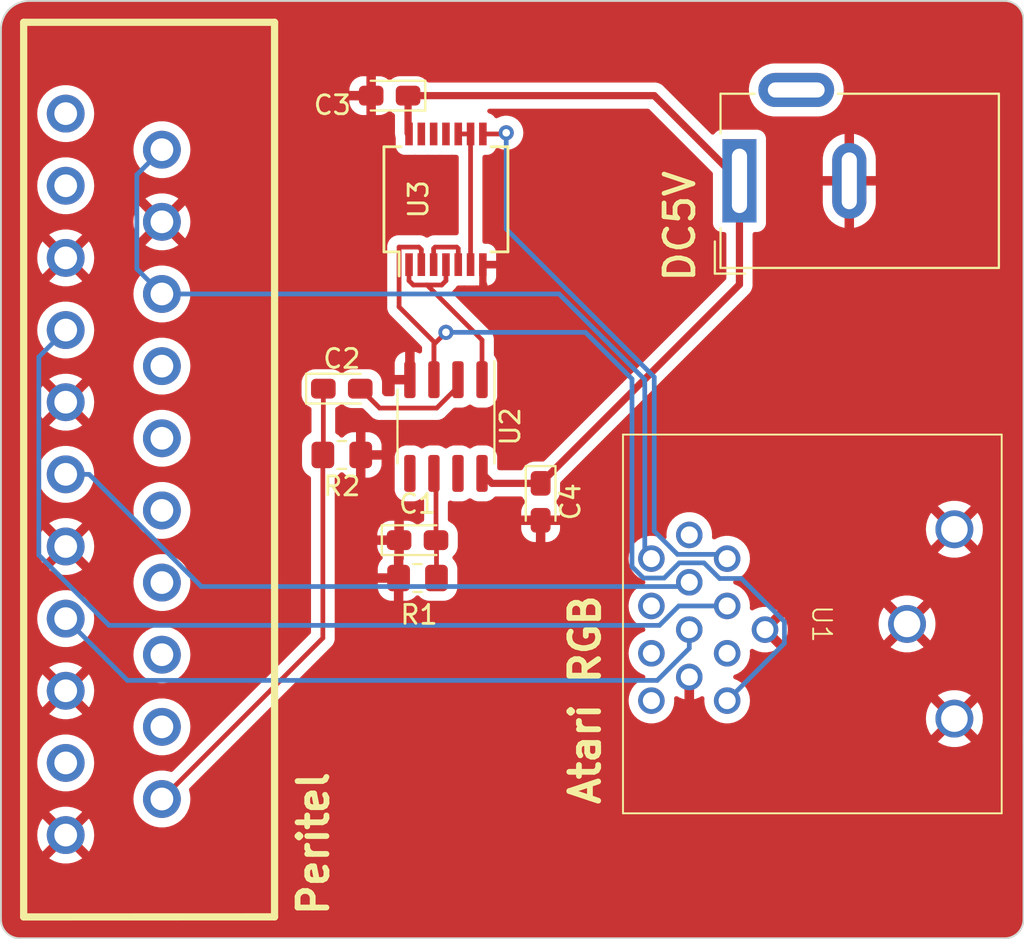
<source format=kicad_pcb>
(kicad_pcb (version 20221018) (generator pcbnew)
  (layers (0 "F.Cu" signal) (31 "B.Cu" signal) (34 "B.Paste" user) (35 "F.Paste" user) (36 "B.SilkS" user "B.Silkscreen") (37 "F.SilkS" user "F.Silkscreen") (38 "B.Mask" user) (39 "F.Mask" user) (44 "Edge.Cuts" user))
  (net 0 "")
  (net 1 "GND")
  (net 2 "Net-(U2-INT)")
  (net 3 "CVBS")
  (net 4 "Net-(U2-VIDEO)")
  (net 6 "AUDIO_L")
  (net 9 "VIDEO_B")
  (net 12 "VIDEO_G")
  (net 15 "VIDEO_R")
  (net 22 "HSYNC")
  (net 24 "VSYNC")
  (net 25 "Net-(U2-CSYNC)")
  (net 27 "+5V")
  (net 28 "Net-(U3-Pad3)")
  (net 29 "Net-(U3-Pad10)")
  (footprint "Package_SO:SSOP-14_5.3x6.2mm_P0.65mm" (layer "F.Cu") (at 141 71.475 90)
    (fp_text reference "U3" (at 0 -1.45 90) (layer "F.SilkS"))
    (fp_text value "74LS00")
    (fp_line (start -2.775 -3.275) (end -2.775 -2.475) (stroke (width 0.15)) (layer "F.SilkS"))
    (fp_line (start -2.775 -3.275) (end 2.775 -3.275) (stroke (width 0.15)) (layer "F.SilkS"))
    (fp_line (start -2.775 -2.475) (end -4.05 -2.475) (stroke (width 0.15)) (layer "F.SilkS"))
    (fp_line (start -2.775 3.275) (end -2.775 2.375) (stroke (width 0.15)) (layer "F.SilkS"))
    (fp_line (start -2.775 3.275) (end 2.775 3.275) (stroke (width 0.15)) (layer "F.SilkS"))
    (fp_line (start 2.775 -3.275) (end 2.775 -2.375) (stroke (width 0.15)) (layer "F.SilkS"))
    (fp_line (start 2.775 3.275) (end 2.775 2.375) (stroke (width 0.15)) (layer "F.SilkS"))
    (pad "1" smd rect (at -3.45 -1.95 90) (size 1.2 0.4) (layers "F.Cu" "F.Paste" "F.Mask") (net 25 "Net-(U2-CSYNC)"))
    (pad "2" smd rect (at -3.45 -1.3 90) (size 1.2 0.4) (layers "F.Cu" "F.Paste" "F.Mask") (net 24 "VSYNC"))
    (pad "3" smd rect (at -3.45 -0.65 90) (size 1.2 0.4) (layers "F.Cu" "F.Paste" "F.Mask") (net 28 "Net-(U3-Pad3)"))
    (pad "4" smd rect (at -3.45 0 90) (size 1.2 0.4) (layers "F.Cu" "F.Paste" "F.Mask") (net 25 "Net-(U2-CSYNC)"))
    (pad "5" smd rect (at -3.45 0.65 90) (size 1.2 0.4) (layers "F.Cu" "F.Paste" "F.Mask") (net 28 "Net-(U3-Pad3)"))
    (pad "6" smd rect (at -3.45 1.3 90) (size 1.2 0.4) (layers "F.Cu" "F.Paste" "F.Mask") (net 29 "Net-(U3-Pad10)"))
    (pad "7" smd rect (at -3.45 1.95 90) (size 1.2 0.4) (layers "F.Cu" "F.Paste" "F.Mask") (net 1 "GND"))
    (pad "8" smd rect (at 3.45 1.95 90) (size 1.2 0.4) (layers "F.Cu" "F.Paste" "F.Mask") (net 22 "HSYNC"))
    (pad "9" smd rect (at 3.45 1.3 90) (size 1.2 0.4) (layers "F.Cu" "F.Paste" "F.Mask") (net 29 "Net-(U3-Pad10)"))
    (pad "10" smd rect (at 3.45 0.65 90) (size 1.2 0.4) (layers "F.Cu" "F.Paste" "F.Mask") (net 29 "Net-(U3-Pad10)"))
    (pad "11" smd rect (at 3.45 0 90) (size 1.2 0.4) (layers "F.Cu" "F.Paste" "F.Mask"))
    (pad "12" smd rect (at 3.45 -0.65 90) (size 1.2 0.4) (layers "F.Cu" "F.Paste" "F.Mask"))
    (pad "13" smd rect (at 3.45 -1.3 90) (size 1.2 0.4) (layers "F.Cu" "F.Paste" "F.Mask"))
    (pad "14" smd rect (at 3.45 -1.95 90) (size 1.2 0.4) (layers "F.Cu" "F.Paste" "F.Mask") (net 27 "+5V"))
  )
  (footprint "Capacitor_Tantalum_SMD:CP_EIA-2012-15_AVX-P_Pad1.30x1.05mm_HandSolder" (layer "F.Cu") (at 138.025 66 180)
    (fp_text reference "C3" (at 3.025 -0.5) (layer "F.SilkS"))
    (fp_text value "0.1µF")
    (fp_line (start -1.885 -0.785) (end -1.885 0.785) (stroke (width 0.12)) (layer "F.SilkS"))
    (fp_line (start -1.885 0.785) (end 1 0.785) (stroke (width 0.12)) (layer "F.SilkS"))
    (fp_line (start 1 -0.785) (end -1.885 -0.785) (stroke (width 0.12)) (layer "F.SilkS"))
    (pad "1" smd roundrect (at -0.975 0 180) (size 1.3 1.05) (layers "F.Cu" "F.Paste" "F.Mask") (roundrect_rratio 0.238095) (net 27 "+5V"))
    (pad "2" smd roundrect (at 0.975 0 180) (size 1.3 1.05) (layers "F.Cu" "F.Paste" "F.Mask") (roundrect_rratio 0.238095) (net 1 "GND"))
  )
  (footprint "Capacitor_Tantalum_SMD:CP_EIA-2012-15_AVX-P_Pad1.30x1.05mm_HandSolder" (layer "F.Cu") (at 135.5 81.475)
    (fp_text reference "C2" (at 0 -1.58) (layer "F.SilkS"))
    (fp_text value "0.1µ")
    (fp_line (start -1.885 -0.785) (end -1.885 0.785) (stroke (width 0.12)) (layer "F.SilkS"))
    (fp_line (start -1.885 0.785) (end 1 0.785) (stroke (width 0.12)) (layer "F.SilkS"))
    (fp_line (start 1 -0.785) (end -1.885 -0.785) (stroke (width 0.12)) (layer "F.SilkS"))
    (pad "1" smd roundrect (at -0.975 0) (size 1.3 1.05) (layers "F.Cu" "F.Paste" "F.Mask") (roundrect_rratio 0.238095) (net 3 "CVBS"))
    (pad "2" smd roundrect (at 0.975 0) (size 1.3 1.05) (layers "F.Cu" "F.Paste" "F.Mask") (roundrect_rratio 0.238095) (net 4 "Net-(U2-VIDEO)"))
  )
  (footprint "Connector_BarrelJack:BarrelJack_Wuerth_6941xx301002" (layer "F.Cu") (at 156.5 70.5 90)
    (fp_text reference "J2" hide)
    (fp_text value "DC5V" (at -2.4 -3.15 270) (layer "F.SilkS") (effects (font (size 1.524 1.524) (thickness 0.25) bold)))
    (fp_line (start -4.9 -1.3) (end -4.9 0.3) (stroke (width 0.12)) (layer "F.SilkS"))
    (fp_line (start -4.6 -1) (end -2.5 -1) (stroke (width 0.12)) (layer "F.SilkS"))
    (fp_line (start -4.6 13.7) (end -4.6 -1) (stroke (width 0.12)) (layer "F.SilkS"))
    (fp_line (start -3.2 -1.3) (end -4.9 -1.3) (stroke (width 0.12)) (layer "F.SilkS"))
    (fp_line (start 2.5 -1) (end 4.6 -1) (stroke (width 0.12)) (layer "F.SilkS"))
    (fp_line (start 4.6 -1) (end 4.6 0.8) (stroke (width 0.12)) (layer "F.SilkS"))
    (fp_line (start 4.6 5.2) (end 4.6 13.7) (stroke (width 0.12)) (layer "F.SilkS"))
    (fp_line (start 4.6 13.7) (end -4.6 13.7) (stroke (width 0.12)) (layer "F.SilkS"))
    (pad "1" thru_hole rect (at 0 0 90) (size 4.4 1.8) (drill oval 3.4 0.8) (layers "*.Cu" "*.Mask") (net 27 "+5V"))
    (pad "2" thru_hole oval (at 0 5.8 90) (size 4 1.8) (drill oval 3 0.8) (layers "*.Cu" "*.Mask") (net 1 "GND"))
    (pad "3" thru_hole oval (at 4.8 3 180) (size 4 1.8) (drill oval 3 0.8) (layers "*.Cu" "*.Mask"))
  )
  (footprint "Capacitor_Tantalum_SMD:CP_EIA-2012-15_AVX-P_Pad1.30x1.05mm_HandSolder" (layer "F.Cu") (at 146 87.45 -90)
    (fp_text reference "C4" (at 0 -1.58 90) (layer "F.SilkS"))
    (fp_text value "0.1µF")
    (fp_line (start -1.885 -0.785) (end -1.885 0.785) (stroke (width 0.12)) (layer "F.SilkS"))
    (fp_line (start -1.885 0.785) (end 1 0.785) (stroke (width 0.12)) (layer "F.SilkS"))
    (fp_line (start 1 -0.785) (end -1.885 -0.785) (stroke (width 0.12)) (layer "F.SilkS"))
    (pad "1" smd roundrect (at -0.975 0 270) (size 1.3 1.05) (layers "F.Cu" "F.Paste" "F.Mask") (roundrect_rratio 0.238095) (net 27 "+5V"))
    (pad "2" smd roundrect (at 0.975 0 270) (size 1.3 1.05) (layers "F.Cu" "F.Paste" "F.Mask") (roundrect_rratio 0.238095) (net 1 "GND"))
  )
  (footprint "Capacitor_Tantalum_SMD:CP_EIA-2012-15_AVX-P_Pad1.30x1.05mm_HandSolder" (layer "F.Cu") (at 139.5 89.475)
    (fp_text reference "C1" (at 0 -1.918095) (layer "F.SilkS"))
    (fp_text value "0.1µ")
    (fp_line (start -1.885 -0.785) (end -1.885 0.785) (stroke (width 0.12)) (layer "F.SilkS"))
    (fp_line (start -1.885 0.785) (end 1 0.785) (stroke (width 0.12)) (layer "F.SilkS"))
    (fp_line (start 1 -0.785) (end -1.885 -0.785) (stroke (width 0.12)) (layer "F.SilkS"))
    (pad "1" smd roundrect (at -0.975 0) (size 1.3 1.05) (layers "F.Cu" "F.Paste" "F.Mask") (roundrect_rratio 0.238095) (net 1 "GND"))
    (pad "2" smd roundrect (at 0.975 0) (size 1.3 1.05) (layers "F.Cu" "F.Paste" "F.Mask") (roundrect_rratio 0.238095) (net 2 "Net-(U2-INT)"))
  )
  (footprint "Resistor_SMD:R_0805_2012Metric_Pad1.20x1.40mm_HandSolder" (layer "F.Cu") (at 135.5 84.975 180)
    (fp_text reference "R2" (at 0 -1.65) (layer "F.SilkS"))
    (fp_text value "75Ω")
    (fp_line (start -0.227064 -0.735) (end 0.227064 -0.735) (stroke (width 0.12)) (layer "F.SilkS"))
    (fp_line (start -0.227064 0.735) (end 0.227064 0.735) (stroke (width 0.12)) (layer "F.SilkS"))
    (pad "1" smd roundrect (at -1 0 180) (size 1.2 1.4) (layers "F.Cu" "F.Paste" "F.Mask") (roundrect_rratio 0.208333) (net 1 "GND"))
    (pad "2" smd roundrect (at 1 0 180) (size 1.2 1.4) (layers "F.Cu" "F.Paste" "F.Mask") (roundrect_rratio 0.208333) (net 3 "CVBS"))
  )
  (footprint "Resistor_SMD:R_0805_2012Metric_Pad1.20x1.40mm_HandSolder" (layer "F.Cu") (at 139.5 91.475)
    (fp_text reference "R1" (at 0.076589 1.938278) (layer "F.SilkS"))
    (fp_text value "680kΩ")
    (fp_line (start -0.227064 -0.735) (end 0.227064 -0.735) (stroke (width 0.12)) (layer "F.SilkS"))
    (fp_line (start -0.227064 0.735) (end 0.227064 0.735) (stroke (width 0.12)) (layer "F.SilkS"))
    (pad "1" smd roundrect (at -1 0) (size 1.2 1.4) (layers "F.Cu" "F.Paste" "F.Mask") (roundrect_rratio 0.208333) (net 1 "GND"))
    (pad "2" smd roundrect (at 1 0) (size 1.2 1.4) (layers "F.Cu" "F.Paste" "F.Mask") (roundrect_rratio 0.208333) (net 2 "Net-(U2-INT)"))
  )
  (footprint "sc1224-scart:SCART" (layer "F.Cu") (at 128.19964 86 90)
    (fp_text reference "J1")
    (fp_text value "Peritel" (at -19.5 5.80036 270) (layer "F.SilkS") (effects (font (size 1.524 1.524) (thickness 0.3048))))
    (fp_line (start -23.372 -9.5) (end 23.872 -9.5) (stroke (width 0.381)) (layer "F.SilkS"))
    (fp_line (start -23.372 3.75) (end 23.872 3.75) (stroke (width 0.381)) (layer "F.SilkS"))
    (fp_line (start -23.368 3.75) (end -23.372 -9.5) (stroke (width 0.381)) (layer "F.SilkS"))
    (fp_line (start 23.872 -9.5) (end 23.872 3.75) (stroke (width 0.381)) (layer "F.SilkS"))
    (pad "1" thru_hole circle (at 19.05 -7.27964 90) (size 1.99898 1.99898) (drill 1.19888) (layers "*.Cu" "*.Mask"))
    (pad "2" thru_hole circle (at 17.145 -2.19964 90) (size 1.99898 1.99898) (drill 1.19888) (layers "*.Cu" "*.Mask") (net 6 "AUDIO_L"))
    (pad "3" thru_hole circle (at 15.24 -7.27964 90) (size 1.99898 1.99898) (drill 1.19888) (layers "*.Cu" "*.Mask"))
    (pad "4" thru_hole circle (at 13.335 -2.19964 90) (size 1.99898 1.99898) (drill 1.19888) (layers "*.Cu" "*.Mask") (net 1 "GND"))
    (pad "5" thru_hole circle (at 11.43 -7.27964 90) (size 1.99898 1.99898) (drill 1.19888) (layers "*.Cu" "*.Mask") (net 1 "GND"))
    (pad "6" thru_hole circle (at 9.525 -2.19964 90) (size 1.99898 1.99898) (drill 1.19888) (layers "*.Cu" "*.Mask") (net 6 "AUDIO_L"))
    (pad "7" thru_hole circle (at 7.62 -7.27964 90) (size 1.99898 1.99898) (drill 1.19888) (layers "*.Cu" "*.Mask") (net 9 "VIDEO_B"))
    (pad "8" thru_hole circle (at 5.715 -2.19964 90) (size 1.99898 1.99898) (drill 1.19888) (layers "*.Cu" "*.Mask"))
    (pad "9" thru_hole circle (at 3.81 -7.27964 90) (size 1.99898 1.99898) (drill 1.19888) (layers "*.Cu" "*.Mask") (net 1 "GND"))
    (pad "10" thru_hole circle (at 1.905 -2.19964 90) (size 1.99898 1.99898) (drill 1.19888) (layers "*.Cu" "*.Mask"))
    (pad "11" thru_hole circle (at 0 -7.27964 90) (size 1.99898 1.99898) (drill 1.19888) (layers "*.Cu" "*.Mask") (net 12 "VIDEO_G"))
    (pad "12" thru_hole circle (at -1.905 -2.19964 90) (size 1.99898 1.99898) (drill 1.19888) (layers "*.Cu" "*.Mask"))
    (pad "13" thru_hole circle (at -3.81 -7.27964 90) (size 1.99898 1.99898) (drill 1.19888) (layers "*.Cu" "*.Mask") (net 1 "GND"))
    (pad "14" thru_hole circle (at -5.715 -2.19964 90) (size 1.99898 1.99898) (drill 1.19888) (layers "*.Cu" "*.Mask"))
    (pad "15" thru_hole circle (at -7.62 -7.27964 90) (size 1.99898 1.99898) (drill 1.19888) (layers "*.Cu" "*.Mask") (net 15 "VIDEO_R"))
    (pad "16" thru_hole circle (at -9.525 -2.19964 90) (size 1.99898 1.99898) (drill 1.19888) (layers "*.Cu" "*.Mask"))
    (pad "17" thru_hole circle (at -11.43 -7.27964 90) (size 1.99898 1.99898) (drill 1.19888) (layers "*.Cu" "*.Mask") (net 1 "GND"))
    (pad "18" thru_hole circle (at -13.335 -2.19964 90) (size 1.99898 1.99898) (drill 1.19888) (layers "*.Cu" "*.Mask"))
    (pad "19" thru_hole circle (at -15.24 -7.27964 90) (size 1.99898 1.99898) (drill 1.19888) (layers "*.Cu" "*.Mask"))
    (pad "20" thru_hole circle (at -17.145 -2.19964 90) (size 1.99898 1.99898) (drill 1.19888) (layers "*.Cu" "*.Mask") (net 3 "CVBS"))
    (pad "21" thru_hole circle (at -19.05 -7.27964 90) (size 1.99898 1.99898) (drill 1.19888) (layers "*.Cu" "*.Mask") (net 1 "GND"))
  )
  (footprint "Package_SO:SOIC-8_3.9x4.9mm_P1.27mm" (layer "F.Cu") (at 141 83.475 -90)
    (fp_text reference "U2" (at 0 -3.4 90) (layer "F.SilkS"))
    (fp_text value "LM1881")
    (fp_line (start 0 -2.56) (end -3.45 -2.56) (stroke (width 0.12)) (layer "F.SilkS"))
    (fp_line (start 0 -2.56) (end 1.95 -2.56) (stroke (width 0.12)) (layer "F.SilkS"))
    (fp_line (start 0 2.56) (end -1.95 2.56) (stroke (width 0.12)) (layer "F.SilkS"))
    (fp_line (start 0 2.56) (end 1.95 2.56) (stroke (width 0.12)) (layer "F.SilkS"))
    (pad "1" smd roundrect (at -2.475 -1.905 270) (size 1.95 0.6) (layers "F.Cu" "F.Paste" "F.Mask") (net 25 "Net-(U2-CSYNC)"))
    (pad "2" smd roundrect (at -2.475 -0.635 270) (size 1.95 0.6) (layers "F.Cu" "F.Paste" "F.Mask") (net 4 "Net-(U2-VIDEO)"))
    (pad "3" smd roundrect (at -2.475 0.635 270) (size 1.95 0.6) (layers "F.Cu" "F.Paste" "F.Mask") (net 24 "VSYNC"))
    (pad "4" smd roundrect (at -2.475 1.905 270) (size 1.95 0.6) (layers "F.Cu" "F.Paste" "F.Mask") (net 1 "GND"))
    (pad "5" smd roundrect (at 2.475 1.905 270) (size 1.95 0.6) (layers "F.Cu" "F.Paste" "F.Mask"))
    (pad "6" smd roundrect (at 2.475 0.635 270) (size 1.95 0.6) (layers "F.Cu" "F.Paste" "F.Mask") (net 2 "Net-(U2-INT)"))
    (pad "7" smd roundrect (at 2.475 -0.635 270) (size 1.95 0.6) (layers "F.Cu" "F.Paste" "F.Mask"))
    (pad "8" smd roundrect (at 2.475 -1.905 270) (size 1.95 0.6) (layers "F.Cu" "F.Paste" "F.Mask") (net 27 "+5V"))
  )
  (footprint "sc1224-scart:DIN-13" (layer "F.Cu") (at 170.35 93.9 -90)
    (fp_text reference "U1" (at 0 9.5 -90 unlocked) (layer "F.SilkS") (effects (font (thickness 0.1))))
    (fp_text value "Atari RGB" (at 4 22 90 unlocked) (layer "F.SilkS") (effects (font (size 1.524 1.524) (thickness 0.3048) bold)))
    (fp_line (start -10 0) (end 10 0) (stroke (width 0.1)) (layer "F.SilkS"))
    (fp_line (start -10 20) (end -10 0) (stroke (width 0.1)) (layer "F.SilkS"))
    (fp_line (start 10 0) (end 10 20) (stroke (width 0.1)) (layer "F.SilkS"))
    (fp_line (start 10 20) (end -10 20) (stroke (width 0.1)) (layer "F.SilkS"))
    (pad "" thru_hole circle (at -5 2.5 270) (size 2 2) (drill 1.4) (layers "*.Cu" "*.Mask") (net 1 "GND"))
    (pad "" thru_hole circle (at 0 5 270) (size 2 2) (drill 1.4) (layers "*.Cu" "*.Mask") (net 1 "GND"))
    (pad "" thru_hole circle (at 5 2.5 270) (size 2 2) (drill 1.4) (layers "*.Cu" "*.Mask") (net 1 "GND"))
    (pad "1" thru_hole circle (at -3.45 18.5 270) (size 1.4 1.4) (drill 0.9) (layers "*.Cu" "*.Mask") (net 6 "AUDIO_L"))
    (pad "2" thru_hole circle (at -0.95 18.5 270) (size 1.4 1.4) (drill 0.9) (layers "*.Cu" "*.Mask"))
    (pad "3" thru_hole circle (at 1.55 18.5 270) (size 1.4 1.4) (drill 0.9) (layers "*.Cu" "*.Mask"))
    (pad "4" thru_hole circle (at 4.05 18.5 270) (size 1.4 1.4) (drill 0.9) (layers "*.Cu" "*.Mask"))
    (pad "5" thru_hole circle (at -4.7 16.5 270) (size 1.4 1.4) (drill 0.9) (layers "*.Cu" "*.Mask"))
    (pad "6" thru_hole circle (at -2.2 16.5 270) (size 1.4 1.4) (drill 0.9) (layers "*.Cu" "*.Mask") (net 12 "VIDEO_G"))
    (pad "7" thru_hole circle (at 0.3 16.5 270) (size 1.4 1.4) (drill 0.9) (layers "*.Cu" "*.Mask") (net 15 "VIDEO_R"))
    (pad "8" thru_hole circle (at 2.8 16.5 270) (size 1.4 1.4) (drill 0.9) (layers "*.Cu" "*.Mask") (net 1 "GND"))
    (pad "9" thru_hole circle (at -3.45 14.5 270) (size 1.4 1.4) (drill 0.9) (layers "*.Cu" "*.Mask") (net 22 "HSYNC"))
    (pad "10" thru_hole circle (at -0.95 14.5 270) (size 1.4 1.4) (drill 0.9) (layers "*.Cu" "*.Mask") (net 9 "VIDEO_B"))
    (pad "11" thru_hole circle (at 1.55 14.5 270) (size 1.4 1.4) (drill 0.9) (layers "*.Cu" "*.Mask"))
    (pad "12" thru_hole circle (at 4.05 14.5 270) (size 1.4 1.4) (drill 0.9) (layers "*.Cu" "*.Mask") (net 24 "VSYNC"))
    (pad "13" thru_hole circle (at 0.3 12.5 270) (size 1.4 1.4) (drill 0.9) (layers "*.Cu" "*.Mask") (net 1 "GND"))
  )
  (gr_line (start 118.5 110.5) (end 170.5 110.5) (stroke (width 0.1)) (layer "Edge.Cuts"))
  (gr_arc (start 117.5 62.5) (mid 117.93934 61.43934) (end 119 61) (stroke (width 0.1)) (layer "Edge.Cuts"))
  (gr_arc (start 170.5 61) (mid 171.207107 61.292893) (end 171.5 62) (stroke (width 0.1)) (layer "Edge.Cuts"))
  (gr_line (start 171.5 100) (end 171.5 109.5) (stroke (width 0.1)) (layer "Edge.Cuts"))
  (gr_line (start 119 61) (end 170.5 61) (stroke (width 0.1)) (layer "Edge.Cuts"))
  (gr_line (start 171.5 62) (end 171.5 100) (stroke (width 0.1)) (layer "Edge.Cuts"))
  (gr_line (start 117.5 62.5) (end 117.5 109.5) (stroke (width 0.1)) (layer "Edge.Cuts"))
  (gr_arc (start 118.5 110.5) (mid 117.792893 110.207107) (end 117.5 109.5) (stroke (width 0.1)) (layer "Edge.Cuts"))
  (gr_arc (start 171.5 109.5) (mid 171.207107 110.207107) (end 170.5 110.5) (stroke (width 0.1)) (layer "Edge.Cuts"))
  (segment (start 143 76) (end 142.95 75.95) (width 0.381) (layer "F.Cu") (net 1))
  (segment (start 142.95 74.925) (end 142.95 75.95) (width 0.381) (layer "F.Cu") (net 1))
  (segment (start 153.85 96.7) (end 153.85 98.35) (width 0.508) (layer "F.Cu") (net 1))
  (segment (start 140.475 86.06) (end 140.365 85.95) (width 0.25) (layer "F.Cu") (net 2))
  (segment (start 140.5 91.475) (end 140.5 89.5) (width 0.25) (layer "F.Cu") (net 2))
  (segment (start 140.5 89.5) (end 140.475 89.475) (width 0.25) (layer "F.Cu") (net 2))
  (segment (start 140.475 89.475) (end 140.475 86.06) (width 0.25) (layer "F.Cu") (net 2))
  (segment (start 134.5 94.645) (end 134.5 84.975) (width 0.25) (layer "F.Cu") (net 3))
  (segment (start 126 103.145) (end 134.5 94.645) (width 0.25) (layer "F.Cu") (net 3))
  (segment (start 134.525 81.475) (end 134.525 84.95) (width 0.25) (layer "F.Cu") (net 3))
  (segment (start 134.525 84.95) (end 134.5 84.975) (width 0.25) (layer "F.Cu") (net 3))
  (segment (start 141.635 81.376751) (end 141.635 81) (width 0.25) (layer "F.Cu") (net 4))
  (segment (start 136.475 81.475) (end 137.5 82.5) (width 0.25) (layer "F.Cu") (net 4))
  (segment (start 140.511751 82.5) (end 141.635 81.376751) (width 0.25) (layer "F.Cu") (net 4))
  (segment (start 137.5 82.5) (end 140.511751 82.5) (width 0.25) (layer "F.Cu") (net 4))
  (segment (start 126 76.475) (end 146.975 76.475) (width 0.25) (layer "B.Cu") (net 6))
  (segment (start 151.5 81) (end 151.5 90.1) (width 0.25) (layer "B.Cu") (net 6))
  (segment (start 146.975 76.475) (end 151.5 81) (width 0.25) (layer "B.Cu") (net 6))
  (segment (start 126 68.855) (end 124.67551 70.17949) (width 0.25) (layer "B.Cu") (net 6))
  (segment (start 124.67551 70.17949) (end 124.67551 75.15051) (width 0.25) (layer "B.Cu") (net 6))
  (segment (start 124.67551 75.15051) (end 126 76.475) (width 0.25) (layer "B.Cu") (net 6))
  (segment (start 151.5 90.1) (end 151.85 90.45) (width 0.25) (layer "B.Cu") (net 6))
  (segment (start 155.85 92.95) (end 153.299569 92.95) (width 0.25) (layer "B.Cu") (net 9))
  (segment (start 119.5 79.8) (end 120.92 78.38) (width 0.25) (layer "B.Cu") (net 9))
  (segment (start 152.274569 93.975) (end 123.211888 93.975) (width 0.25) (layer "B.Cu") (net 9))
  (segment (start 119.5 90.263112) (end 119.5 79.8) (width 0.25) (layer "B.Cu") (net 9))
  (segment (start 123.211888 93.975) (end 119.5 90.263112) (width 0.25) (layer "B.Cu") (net 9))
  (segment (start 153.299569 92.95) (end 152.274569 93.975) (width 0.25) (layer "B.Cu") (net 9))
  (segment (start 122.158112 86) (end 128.083112 91.925) (width 0.25) (layer "B.Cu") (net 12))
  (segment (start 153.625 91.925) (end 153.85 91.7) (width 0.25) (layer "B.Cu") (net 12))
  (segment (start 128.083112 91.925) (end 153.625 91.925) (width 0.25) (layer "B.Cu") (net 12))
  (segment (start 120.92 86) (end 122.158112 86) (width 0.25) (layer "B.Cu") (net 12))
  (segment (start 152.158571 96.881378) (end 124.181378 96.881378) (width 0.25) (layer "B.Cu") (net 15))
  (segment (start 153.85 95.189949) (end 152.158571 96.881378) (width 0.25) (layer "B.Cu") (net 15))
  (segment (start 124.181378 96.881378) (end 120.92 93.62) (width 0.25) (layer "B.Cu") (net 15))
  (segment (start 153.85 94.2) (end 153.85 95.189949) (width 0.25) (layer "B.Cu") (net 15))
  (segment (start 144 68) (end 144.183175 67.963025) (width 0.25) (layer "F.Cu") (net 22))
  (segment (start 144.183175 67.963025) (end 143.975 68.025) (width 0.25) (layer "F.Cu") (net 22))
  (segment (start 142.95 68.025) (end 143.975 68.025) (width 0.25) (layer "F.Cu") (net 22))
  (via (at 144.183175 67.963025) (size 0.8) (drill 0.4) (layers "F.Cu" "B.Cu") (net 22))
  (segment (start 152 89) (end 153.225 90.225) (width 0.25) (layer "B.Cu") (net 22))
  (segment (start 153.225 90.225) (end 155.625 90.225) (width 0.25) (layer "B.Cu") (net 22))
  (segment (start 155.625 90.225) (end 155.85 90.45) (width 0.25) (layer "B.Cu") (net 22))
  (segment (start 152 80.863604) (end 152 89) (width 0.25) (layer "B.Cu") (net 22))
  (segment (start 144.183175 67.963025) (end 144.183175 73.046779) (width 0.25) (layer "B.Cu") (net 22))
  (segment (start 144.183175 73.046779) (end 152 80.863604) (width 0.25) (layer "B.Cu") (net 22))
  (segment (start 138.525 77.16) (end 138.525 74) (width 0.25) (layer "F.Cu") (net 24))
  (segment (start 140.365 79.135) (end 141 78.5) (width 0.25) (layer "F.Cu") (net 24))
  (segment (start 139.7 74.125) (end 139.7 74.925) (width 0.25) (layer "F.Cu") (net 24))
  (segment (start 138.525 74) (end 139.575 74) (width 0.25) (layer "F.Cu") (net 24))
  (segment (start 140.365 81) (end 140.365 79.135) (width 0.25) (layer "F.Cu") (net 24))
  (segment (start 139.575 74) (end 139.7 74.125) (width 0.25) (layer "F.Cu") (net 24))
  (segment (start 140.365 81) (end 140.365 79) (width 0.25) (layer "F.Cu") (net 24))
  (segment (start 140.365 79) (end 138.525 77.16) (width 0.25) (layer "F.Cu") (net 24))
  (via (at 141 78.5) (size 0.8) (drill 0.4) (layers "F.Cu" "B.Cu") (net 24))
  (segment (start 158.875 93.775431) (end 158.875 94.925) (width 0.25) (layer "B.Cu") (net 24))
  (segment (start 154.625431 90.675) (end 155.450431 91.5) (width 0.25) (layer "B.Cu") (net 24))
  (segment (start 153.325 90.675) (end 154.625431 90.675) (width 0.25) (layer "B.Cu") (net 24))
  (segment (start 148.363604 78.5) (end 150.825 80.961396) (width 0.25) (layer "B.Cu") (net 24))
  (segment (start 155.450431 91.5) (end 156.599569 91.5) (width 0.25) (layer "B.Cu") (net 24))
  (segment (start 156.599569 91.5) (end 158.875 93.775431) (width 0.25) (layer "B.Cu") (net 24))
  (segment (start 151.425431 91.475) (end 152.525 91.475) (width 0.25) (layer "B.Cu") (net 24))
  (segment (start 150.825 90.874569) (end 151.425431 91.475) (width 0.25) (layer "B.Cu") (net 24))
  (segment (start 152.525 91.475) (end 153.325 90.675) (width 0.25) (layer "B.Cu") (net 24))
  (segment (start 141 78.5) (end 148.363604 78.5) (width 0.25) (layer "B.Cu") (net 24))
  (segment (start 150.825 80.961396) (end 150.825 90.874569) (width 0.25) (layer "B.Cu") (net 24))
  (segment (start 158.875 94.925) (end 155.85 97.95) (width 0.25) (layer "B.Cu") (net 24))
  (segment (start 139.275 76) (end 140 76) (width 0.25) (layer "F.Cu") (net 25))
  (segment (start 140 76) (end 142.905 78.905) (width 0.25) (layer "F.Cu") (net 25))
  (segment (start 142.905 78.905) (end 142.905 81) (width 0.25) (layer "F.Cu") (net 25))
  (segment (start 139.05 75.775) (end 139.275 76) (width 0.25) (layer "F.Cu") (net 25))
  (segment (start 139.05 74.925) (end 139.05 75.775) (width 0.25) (layer "F.Cu") (net 25))
  (segment (start 140.775 76) (end 141 75.775) (width 0.25) (layer "F.Cu") (net 25))
  (segment (start 141 75.775) (end 141 74.925) (width 0.25) (layer "F.Cu") (net 25))
  (segment (start 140 76) (end 140.775 76) (width 0.25) (layer "F.Cu") (net 25))
  (segment (start 156.5 75.975) (end 146 86.475) (width 0.381) (layer "F.Cu") (net 27))
  (segment (start 156.5 70.5) (end 152 66) (width 0.381) (layer "F.Cu") (net 27))
  (segment (start 139 67.975) (end 139.05 68.025) (width 0.381) (layer "F.Cu") (net 27))
  (segment (start 156.5 70.5) (end 156.5 75.975) (width 0.381) (layer "F.Cu") (net 27))
  (segment (start 152 66) (end 139 66) (width 0.381) (layer "F.Cu") (net 27))
  (segment (start 142.905 85.95) (end 143.43 86.475) (width 0.381) (layer "F.Cu") (net 27))
  (segment (start 143.43 86.475) (end 146 86.475) (width 0.381) (layer "F.Cu") (net 27))
  (segment (start 139 66) (end 139 67.975) (width 0.381) (layer "F.Cu") (net 27))
  (segment (start 140.35 74.075) (end 140.425 74) (width 0.25) (layer "F.Cu") (net 28))
  (segment (start 141.65 74.075) (end 141.65 74.925) (width 0.25) (layer "F.Cu") (net 28))
  (segment (start 140.35 74.925) (end 140.35 74.075) (width 0.25) (layer "F.Cu") (net 28))
  (segment (start 141.575 74) (end 141.65 74.075) (width 0.25) (layer "F.Cu") (net 28))
  (segment (start 140.425 74) (end 141.575 74) (width 0.25) (layer "F.Cu") (net 28))
  (segment (start 141.65 68.025) (end 142.3 68.025) (width 0.25) (layer "F.Cu") (net 29))
  (segment (start 142.3 74.925) (end 142.3 68.025) (width 0.25) (layer "F.Cu") (net 29))
  (zone (net 1) (net_name "GND") (layer "F.Cu") (connect_pads (clearance 0.5)) (min_thickness 0.25) (fill yes (thermal_gap 0.5) (thermal_bridge_width 0.5))
    (polygon (pts (xy 117.5 61) (xy 171.5 61) (xy 171.5 110.5) (xy 117.5 110.5)))
  )
)
</source>
